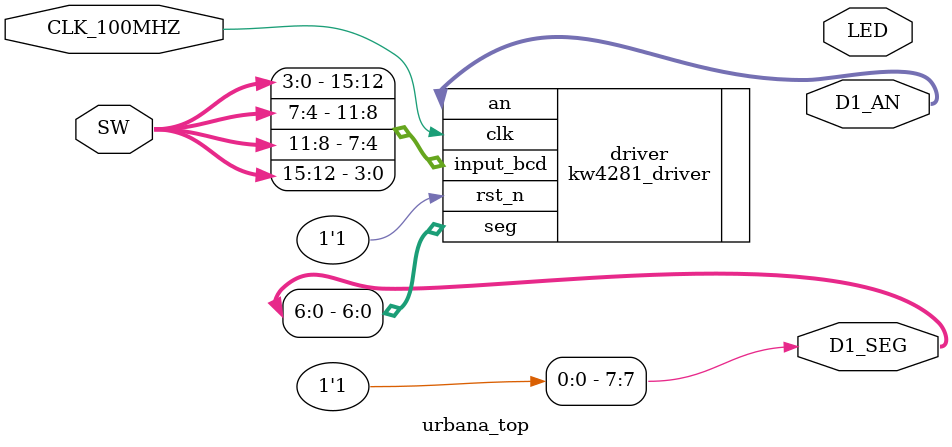
<source format=sv>
module urbana_top (
    input logic CLK_100MHZ,
    input logic [15:0] SW,
    output logic [15:0] LED,
    output logic [7:0] D1_SEG,
    output logic [3:0] D1_AN
);

    kw4281_driver driver (.rst_n(1'b1), .clk(CLK_100MHZ), 
                          .input_bcd({SW[3:0], SW[7:4], SW[11:8], SW[15:12]}),
                          .an(D1_AN), .seg(D1_SEG[6:0]));
    assign D1_SEG[7] = 1'b1;                         

endmodule


</source>
